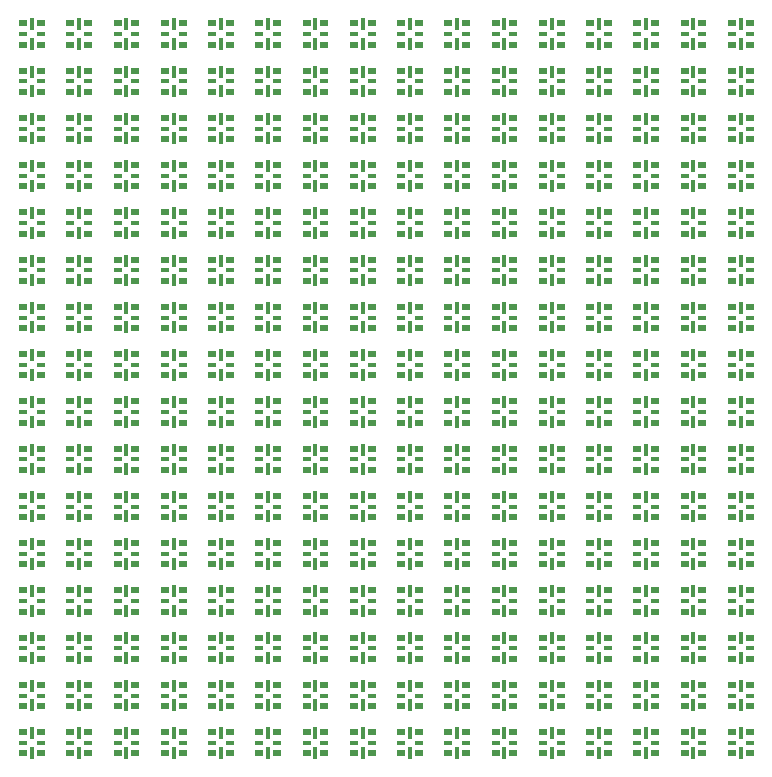
<source format=gbr>
G04 #@! TF.FileFunction,Paste,Top*
%FSLAX46Y46*%
G04 Gerber Fmt 4.6, Leading zero omitted, Abs format (unit mm)*
G04 Created by KiCad (PCBNEW 4.0.4-stable) date 01/17/18 01:50:34*
%MOMM*%
%LPD*%
G01*
G04 APERTURE LIST*
%ADD10C,0.100000*%
%ADD11R,0.800000X0.500000*%
%ADD12R,0.800000X0.300000*%
%ADD13R,0.300000X1.000000*%
G04 APERTURE END LIST*
D10*
D11*
X113250000Y-105400000D03*
X111750000Y-105400000D03*
D12*
X113250000Y-104500000D03*
X111750000Y-104500000D03*
D13*
X112500000Y-105330000D03*
D11*
X113250000Y-103600000D03*
X111750000Y-103600000D03*
D13*
X112500000Y-103670000D03*
D11*
X117250000Y-105400000D03*
X115750000Y-105400000D03*
D12*
X117250000Y-104500000D03*
X115750000Y-104500000D03*
D13*
X116500000Y-105330000D03*
D11*
X117250000Y-103600000D03*
X115750000Y-103600000D03*
D13*
X116500000Y-103670000D03*
D11*
X121250000Y-105400000D03*
X119750000Y-105400000D03*
D12*
X121250000Y-104500000D03*
X119750000Y-104500000D03*
D13*
X120500000Y-105330000D03*
D11*
X121250000Y-103600000D03*
X119750000Y-103600000D03*
D13*
X120500000Y-103670000D03*
D11*
X125250000Y-105400000D03*
X123750000Y-105400000D03*
D12*
X125250000Y-104500000D03*
X123750000Y-104500000D03*
D13*
X124500000Y-105330000D03*
D11*
X125250000Y-103600000D03*
X123750000Y-103600000D03*
D13*
X124500000Y-103670000D03*
D11*
X105250000Y-105400000D03*
X103750000Y-105400000D03*
D12*
X105250000Y-104500000D03*
X103750000Y-104500000D03*
D13*
X104500000Y-105330000D03*
D11*
X105250000Y-103600000D03*
X103750000Y-103600000D03*
D13*
X104500000Y-103670000D03*
D11*
X109250000Y-105400000D03*
X107750000Y-105400000D03*
D12*
X109250000Y-104500000D03*
X107750000Y-104500000D03*
D13*
X108500000Y-105330000D03*
D11*
X109250000Y-103600000D03*
X107750000Y-103600000D03*
D13*
X108500000Y-103670000D03*
D11*
X129250000Y-105400000D03*
X127750000Y-105400000D03*
D12*
X129250000Y-104500000D03*
X127750000Y-104500000D03*
D13*
X128500000Y-105330000D03*
D11*
X129250000Y-103600000D03*
X127750000Y-103600000D03*
D13*
X128500000Y-103670000D03*
D11*
X133250000Y-105400000D03*
X131750000Y-105400000D03*
D12*
X133250000Y-104500000D03*
X131750000Y-104500000D03*
D13*
X132500000Y-105330000D03*
D11*
X133250000Y-103600000D03*
X131750000Y-103600000D03*
D13*
X132500000Y-103670000D03*
D11*
X137250000Y-105400000D03*
X135750000Y-105400000D03*
D12*
X137250000Y-104500000D03*
X135750000Y-104500000D03*
D13*
X136500000Y-105330000D03*
D11*
X137250000Y-103600000D03*
X135750000Y-103600000D03*
D13*
X136500000Y-103670000D03*
D11*
X141250000Y-105400000D03*
X139750000Y-105400000D03*
D12*
X141250000Y-104500000D03*
X139750000Y-104500000D03*
D13*
X140500000Y-105330000D03*
D11*
X141250000Y-103600000D03*
X139750000Y-103600000D03*
D13*
X140500000Y-103670000D03*
D11*
X145250000Y-105400000D03*
X143750000Y-105400000D03*
D12*
X145250000Y-104500000D03*
X143750000Y-104500000D03*
D13*
X144500000Y-105330000D03*
D11*
X145250000Y-103600000D03*
X143750000Y-103600000D03*
D13*
X144500000Y-103670000D03*
D11*
X149250000Y-105400000D03*
X147750000Y-105400000D03*
D12*
X149250000Y-104500000D03*
X147750000Y-104500000D03*
D13*
X148500000Y-105330000D03*
D11*
X149250000Y-103600000D03*
X147750000Y-103600000D03*
D13*
X148500000Y-103670000D03*
D11*
X153250000Y-105400000D03*
X151750000Y-105400000D03*
D12*
X153250000Y-104500000D03*
X151750000Y-104500000D03*
D13*
X152500000Y-105330000D03*
D11*
X153250000Y-103600000D03*
X151750000Y-103600000D03*
D13*
X152500000Y-103670000D03*
D11*
X157250000Y-105400000D03*
X155750000Y-105400000D03*
D12*
X157250000Y-104500000D03*
X155750000Y-104500000D03*
D13*
X156500000Y-105330000D03*
D11*
X157250000Y-103600000D03*
X155750000Y-103600000D03*
D13*
X156500000Y-103670000D03*
D11*
X161250000Y-105400000D03*
X159750000Y-105400000D03*
D12*
X161250000Y-104500000D03*
X159750000Y-104500000D03*
D13*
X160500000Y-105330000D03*
D11*
X161250000Y-103600000D03*
X159750000Y-103600000D03*
D13*
X160500000Y-103670000D03*
D11*
X165250000Y-105400000D03*
X163750000Y-105400000D03*
D12*
X165250000Y-104500000D03*
X163750000Y-104500000D03*
D13*
X164500000Y-105330000D03*
D11*
X165250000Y-103600000D03*
X163750000Y-103600000D03*
D13*
X164500000Y-103670000D03*
D11*
X105250000Y-109400000D03*
X103750000Y-109400000D03*
D12*
X105250000Y-108500000D03*
X103750000Y-108500000D03*
D13*
X104500000Y-109330000D03*
D11*
X105250000Y-107600000D03*
X103750000Y-107600000D03*
D13*
X104500000Y-107670000D03*
D11*
X109250000Y-109400000D03*
X107750000Y-109400000D03*
D12*
X109250000Y-108500000D03*
X107750000Y-108500000D03*
D13*
X108500000Y-109330000D03*
D11*
X109250000Y-107600000D03*
X107750000Y-107600000D03*
D13*
X108500000Y-107670000D03*
D11*
X113250000Y-109400000D03*
X111750000Y-109400000D03*
D12*
X113250000Y-108500000D03*
X111750000Y-108500000D03*
D13*
X112500000Y-109330000D03*
D11*
X113250000Y-107600000D03*
X111750000Y-107600000D03*
D13*
X112500000Y-107670000D03*
D11*
X117250000Y-109400000D03*
X115750000Y-109400000D03*
D12*
X117250000Y-108500000D03*
X115750000Y-108500000D03*
D13*
X116500000Y-109330000D03*
D11*
X117250000Y-107600000D03*
X115750000Y-107600000D03*
D13*
X116500000Y-107670000D03*
D11*
X121250000Y-109400000D03*
X119750000Y-109400000D03*
D12*
X121250000Y-108500000D03*
X119750000Y-108500000D03*
D13*
X120500000Y-109330000D03*
D11*
X121250000Y-107600000D03*
X119750000Y-107600000D03*
D13*
X120500000Y-107670000D03*
D11*
X125250000Y-109400000D03*
X123750000Y-109400000D03*
D12*
X125250000Y-108500000D03*
X123750000Y-108500000D03*
D13*
X124500000Y-109330000D03*
D11*
X125250000Y-107600000D03*
X123750000Y-107600000D03*
D13*
X124500000Y-107670000D03*
D11*
X129250000Y-109400000D03*
X127750000Y-109400000D03*
D12*
X129250000Y-108500000D03*
X127750000Y-108500000D03*
D13*
X128500000Y-109330000D03*
D11*
X129250000Y-107600000D03*
X127750000Y-107600000D03*
D13*
X128500000Y-107670000D03*
D11*
X133250000Y-109400000D03*
X131750000Y-109400000D03*
D12*
X133250000Y-108500000D03*
X131750000Y-108500000D03*
D13*
X132500000Y-109330000D03*
D11*
X133250000Y-107600000D03*
X131750000Y-107600000D03*
D13*
X132500000Y-107670000D03*
D11*
X137250000Y-109400000D03*
X135750000Y-109400000D03*
D12*
X137250000Y-108500000D03*
X135750000Y-108500000D03*
D13*
X136500000Y-109330000D03*
D11*
X137250000Y-107600000D03*
X135750000Y-107600000D03*
D13*
X136500000Y-107670000D03*
D11*
X141250000Y-109400000D03*
X139750000Y-109400000D03*
D12*
X141250000Y-108500000D03*
X139750000Y-108500000D03*
D13*
X140500000Y-109330000D03*
D11*
X141250000Y-107600000D03*
X139750000Y-107600000D03*
D13*
X140500000Y-107670000D03*
D11*
X145250000Y-109400000D03*
X143750000Y-109400000D03*
D12*
X145250000Y-108500000D03*
X143750000Y-108500000D03*
D13*
X144500000Y-109330000D03*
D11*
X145250000Y-107600000D03*
X143750000Y-107600000D03*
D13*
X144500000Y-107670000D03*
D11*
X149250000Y-109400000D03*
X147750000Y-109400000D03*
D12*
X149250000Y-108500000D03*
X147750000Y-108500000D03*
D13*
X148500000Y-109330000D03*
D11*
X149250000Y-107600000D03*
X147750000Y-107600000D03*
D13*
X148500000Y-107670000D03*
D11*
X153250000Y-109400000D03*
X151750000Y-109400000D03*
D12*
X153250000Y-108500000D03*
X151750000Y-108500000D03*
D13*
X152500000Y-109330000D03*
D11*
X153250000Y-107600000D03*
X151750000Y-107600000D03*
D13*
X152500000Y-107670000D03*
D11*
X157250000Y-109400000D03*
X155750000Y-109400000D03*
D12*
X157250000Y-108500000D03*
X155750000Y-108500000D03*
D13*
X156500000Y-109330000D03*
D11*
X157250000Y-107600000D03*
X155750000Y-107600000D03*
D13*
X156500000Y-107670000D03*
D11*
X161250000Y-109400000D03*
X159750000Y-109400000D03*
D12*
X161250000Y-108500000D03*
X159750000Y-108500000D03*
D13*
X160500000Y-109330000D03*
D11*
X161250000Y-107600000D03*
X159750000Y-107600000D03*
D13*
X160500000Y-107670000D03*
D11*
X165250000Y-109400000D03*
X163750000Y-109400000D03*
D12*
X165250000Y-108500000D03*
X163750000Y-108500000D03*
D13*
X164500000Y-109330000D03*
D11*
X165250000Y-107600000D03*
X163750000Y-107600000D03*
D13*
X164500000Y-107670000D03*
D11*
X105250000Y-113400000D03*
X103750000Y-113400000D03*
D12*
X105250000Y-112500000D03*
X103750000Y-112500000D03*
D13*
X104500000Y-113330000D03*
D11*
X105250000Y-111600000D03*
X103750000Y-111600000D03*
D13*
X104500000Y-111670000D03*
D11*
X109250000Y-113400000D03*
X107750000Y-113400000D03*
D12*
X109250000Y-112500000D03*
X107750000Y-112500000D03*
D13*
X108500000Y-113330000D03*
D11*
X109250000Y-111600000D03*
X107750000Y-111600000D03*
D13*
X108500000Y-111670000D03*
D11*
X113250000Y-113400000D03*
X111750000Y-113400000D03*
D12*
X113250000Y-112500000D03*
X111750000Y-112500000D03*
D13*
X112500000Y-113330000D03*
D11*
X113250000Y-111600000D03*
X111750000Y-111600000D03*
D13*
X112500000Y-111670000D03*
D11*
X117250000Y-113400000D03*
X115750000Y-113400000D03*
D12*
X117250000Y-112500000D03*
X115750000Y-112500000D03*
D13*
X116500000Y-113330000D03*
D11*
X117250000Y-111600000D03*
X115750000Y-111600000D03*
D13*
X116500000Y-111670000D03*
D11*
X121250000Y-113400000D03*
X119750000Y-113400000D03*
D12*
X121250000Y-112500000D03*
X119750000Y-112500000D03*
D13*
X120500000Y-113330000D03*
D11*
X121250000Y-111600000D03*
X119750000Y-111600000D03*
D13*
X120500000Y-111670000D03*
D11*
X125250000Y-113400000D03*
X123750000Y-113400000D03*
D12*
X125250000Y-112500000D03*
X123750000Y-112500000D03*
D13*
X124500000Y-113330000D03*
D11*
X125250000Y-111600000D03*
X123750000Y-111600000D03*
D13*
X124500000Y-111670000D03*
D11*
X129250000Y-113400000D03*
X127750000Y-113400000D03*
D12*
X129250000Y-112500000D03*
X127750000Y-112500000D03*
D13*
X128500000Y-113330000D03*
D11*
X129250000Y-111600000D03*
X127750000Y-111600000D03*
D13*
X128500000Y-111670000D03*
D11*
X133250000Y-113400000D03*
X131750000Y-113400000D03*
D12*
X133250000Y-112500000D03*
X131750000Y-112500000D03*
D13*
X132500000Y-113330000D03*
D11*
X133250000Y-111600000D03*
X131750000Y-111600000D03*
D13*
X132500000Y-111670000D03*
D11*
X137250000Y-113400000D03*
X135750000Y-113400000D03*
D12*
X137250000Y-112500000D03*
X135750000Y-112500000D03*
D13*
X136500000Y-113330000D03*
D11*
X137250000Y-111600000D03*
X135750000Y-111600000D03*
D13*
X136500000Y-111670000D03*
D11*
X141250000Y-113400000D03*
X139750000Y-113400000D03*
D12*
X141250000Y-112500000D03*
X139750000Y-112500000D03*
D13*
X140500000Y-113330000D03*
D11*
X141250000Y-111600000D03*
X139750000Y-111600000D03*
D13*
X140500000Y-111670000D03*
D11*
X145250000Y-113400000D03*
X143750000Y-113400000D03*
D12*
X145250000Y-112500000D03*
X143750000Y-112500000D03*
D13*
X144500000Y-113330000D03*
D11*
X145250000Y-111600000D03*
X143750000Y-111600000D03*
D13*
X144500000Y-111670000D03*
D11*
X149250000Y-113400000D03*
X147750000Y-113400000D03*
D12*
X149250000Y-112500000D03*
X147750000Y-112500000D03*
D13*
X148500000Y-113330000D03*
D11*
X149250000Y-111600000D03*
X147750000Y-111600000D03*
D13*
X148500000Y-111670000D03*
D11*
X153250000Y-113400000D03*
X151750000Y-113400000D03*
D12*
X153250000Y-112500000D03*
X151750000Y-112500000D03*
D13*
X152500000Y-113330000D03*
D11*
X153250000Y-111600000D03*
X151750000Y-111600000D03*
D13*
X152500000Y-111670000D03*
D11*
X157250000Y-113400000D03*
X155750000Y-113400000D03*
D12*
X157250000Y-112500000D03*
X155750000Y-112500000D03*
D13*
X156500000Y-113330000D03*
D11*
X157250000Y-111600000D03*
X155750000Y-111600000D03*
D13*
X156500000Y-111670000D03*
D11*
X161250000Y-113400000D03*
X159750000Y-113400000D03*
D12*
X161250000Y-112500000D03*
X159750000Y-112500000D03*
D13*
X160500000Y-113330000D03*
D11*
X161250000Y-111600000D03*
X159750000Y-111600000D03*
D13*
X160500000Y-111670000D03*
D11*
X165250000Y-113400000D03*
X163750000Y-113400000D03*
D12*
X165250000Y-112500000D03*
X163750000Y-112500000D03*
D13*
X164500000Y-113330000D03*
D11*
X165250000Y-111600000D03*
X163750000Y-111600000D03*
D13*
X164500000Y-111670000D03*
D11*
X105250000Y-117400000D03*
X103750000Y-117400000D03*
D12*
X105250000Y-116500000D03*
X103750000Y-116500000D03*
D13*
X104500000Y-117330000D03*
D11*
X105250000Y-115600000D03*
X103750000Y-115600000D03*
D13*
X104500000Y-115670000D03*
D11*
X109250000Y-117400000D03*
X107750000Y-117400000D03*
D12*
X109250000Y-116500000D03*
X107750000Y-116500000D03*
D13*
X108500000Y-117330000D03*
D11*
X109250000Y-115600000D03*
X107750000Y-115600000D03*
D13*
X108500000Y-115670000D03*
D11*
X113250000Y-117400000D03*
X111750000Y-117400000D03*
D12*
X113250000Y-116500000D03*
X111750000Y-116500000D03*
D13*
X112500000Y-117330000D03*
D11*
X113250000Y-115600000D03*
X111750000Y-115600000D03*
D13*
X112500000Y-115670000D03*
D11*
X117250000Y-117400000D03*
X115750000Y-117400000D03*
D12*
X117250000Y-116500000D03*
X115750000Y-116500000D03*
D13*
X116500000Y-117330000D03*
D11*
X117250000Y-115600000D03*
X115750000Y-115600000D03*
D13*
X116500000Y-115670000D03*
D11*
X121250000Y-117400000D03*
X119750000Y-117400000D03*
D12*
X121250000Y-116500000D03*
X119750000Y-116500000D03*
D13*
X120500000Y-117330000D03*
D11*
X121250000Y-115600000D03*
X119750000Y-115600000D03*
D13*
X120500000Y-115670000D03*
D11*
X125250000Y-117400000D03*
X123750000Y-117400000D03*
D12*
X125250000Y-116500000D03*
X123750000Y-116500000D03*
D13*
X124500000Y-117330000D03*
D11*
X125250000Y-115600000D03*
X123750000Y-115600000D03*
D13*
X124500000Y-115670000D03*
D11*
X129250000Y-117400000D03*
X127750000Y-117400000D03*
D12*
X129250000Y-116500000D03*
X127750000Y-116500000D03*
D13*
X128500000Y-117330000D03*
D11*
X129250000Y-115600000D03*
X127750000Y-115600000D03*
D13*
X128500000Y-115670000D03*
D11*
X133250000Y-117400000D03*
X131750000Y-117400000D03*
D12*
X133250000Y-116500000D03*
X131750000Y-116500000D03*
D13*
X132500000Y-117330000D03*
D11*
X133250000Y-115600000D03*
X131750000Y-115600000D03*
D13*
X132500000Y-115670000D03*
D11*
X137250000Y-117400000D03*
X135750000Y-117400000D03*
D12*
X137250000Y-116500000D03*
X135750000Y-116500000D03*
D13*
X136500000Y-117330000D03*
D11*
X137250000Y-115600000D03*
X135750000Y-115600000D03*
D13*
X136500000Y-115670000D03*
D11*
X141250000Y-117400000D03*
X139750000Y-117400000D03*
D12*
X141250000Y-116500000D03*
X139750000Y-116500000D03*
D13*
X140500000Y-117330000D03*
D11*
X141250000Y-115600000D03*
X139750000Y-115600000D03*
D13*
X140500000Y-115670000D03*
D11*
X145250000Y-117400000D03*
X143750000Y-117400000D03*
D12*
X145250000Y-116500000D03*
X143750000Y-116500000D03*
D13*
X144500000Y-117330000D03*
D11*
X145250000Y-115600000D03*
X143750000Y-115600000D03*
D13*
X144500000Y-115670000D03*
D11*
X149250000Y-117400000D03*
X147750000Y-117400000D03*
D12*
X149250000Y-116500000D03*
X147750000Y-116500000D03*
D13*
X148500000Y-117330000D03*
D11*
X149250000Y-115600000D03*
X147750000Y-115600000D03*
D13*
X148500000Y-115670000D03*
D11*
X153250000Y-117400000D03*
X151750000Y-117400000D03*
D12*
X153250000Y-116500000D03*
X151750000Y-116500000D03*
D13*
X152500000Y-117330000D03*
D11*
X153250000Y-115600000D03*
X151750000Y-115600000D03*
D13*
X152500000Y-115670000D03*
D11*
X157250000Y-117400000D03*
X155750000Y-117400000D03*
D12*
X157250000Y-116500000D03*
X155750000Y-116500000D03*
D13*
X156500000Y-117330000D03*
D11*
X157250000Y-115600000D03*
X155750000Y-115600000D03*
D13*
X156500000Y-115670000D03*
D11*
X161250000Y-117400000D03*
X159750000Y-117400000D03*
D12*
X161250000Y-116500000D03*
X159750000Y-116500000D03*
D13*
X160500000Y-117330000D03*
D11*
X161250000Y-115600000D03*
X159750000Y-115600000D03*
D13*
X160500000Y-115670000D03*
D11*
X165250000Y-117400000D03*
X163750000Y-117400000D03*
D12*
X165250000Y-116500000D03*
X163750000Y-116500000D03*
D13*
X164500000Y-117330000D03*
D11*
X165250000Y-115600000D03*
X163750000Y-115600000D03*
D13*
X164500000Y-115670000D03*
D11*
X105250000Y-121400000D03*
X103750000Y-121400000D03*
D12*
X105250000Y-120500000D03*
X103750000Y-120500000D03*
D13*
X104500000Y-121330000D03*
D11*
X105250000Y-119600000D03*
X103750000Y-119600000D03*
D13*
X104500000Y-119670000D03*
D11*
X109250000Y-121400000D03*
X107750000Y-121400000D03*
D12*
X109250000Y-120500000D03*
X107750000Y-120500000D03*
D13*
X108500000Y-121330000D03*
D11*
X109250000Y-119600000D03*
X107750000Y-119600000D03*
D13*
X108500000Y-119670000D03*
D11*
X113250000Y-121400000D03*
X111750000Y-121400000D03*
D12*
X113250000Y-120500000D03*
X111750000Y-120500000D03*
D13*
X112500000Y-121330000D03*
D11*
X113250000Y-119600000D03*
X111750000Y-119600000D03*
D13*
X112500000Y-119670000D03*
D11*
X117250000Y-121400000D03*
X115750000Y-121400000D03*
D12*
X117250000Y-120500000D03*
X115750000Y-120500000D03*
D13*
X116500000Y-121330000D03*
D11*
X117250000Y-119600000D03*
X115750000Y-119600000D03*
D13*
X116500000Y-119670000D03*
D11*
X121250000Y-121400000D03*
X119750000Y-121400000D03*
D12*
X121250000Y-120500000D03*
X119750000Y-120500000D03*
D13*
X120500000Y-121330000D03*
D11*
X121250000Y-119600000D03*
X119750000Y-119600000D03*
D13*
X120500000Y-119670000D03*
D11*
X125250000Y-121400000D03*
X123750000Y-121400000D03*
D12*
X125250000Y-120500000D03*
X123750000Y-120500000D03*
D13*
X124500000Y-121330000D03*
D11*
X125250000Y-119600000D03*
X123750000Y-119600000D03*
D13*
X124500000Y-119670000D03*
D11*
X129250000Y-121400000D03*
X127750000Y-121400000D03*
D12*
X129250000Y-120500000D03*
X127750000Y-120500000D03*
D13*
X128500000Y-121330000D03*
D11*
X129250000Y-119600000D03*
X127750000Y-119600000D03*
D13*
X128500000Y-119670000D03*
D11*
X133250000Y-121400000D03*
X131750000Y-121400000D03*
D12*
X133250000Y-120500000D03*
X131750000Y-120500000D03*
D13*
X132500000Y-121330000D03*
D11*
X133250000Y-119600000D03*
X131750000Y-119600000D03*
D13*
X132500000Y-119670000D03*
D11*
X137250000Y-121400000D03*
X135750000Y-121400000D03*
D12*
X137250000Y-120500000D03*
X135750000Y-120500000D03*
D13*
X136500000Y-121330000D03*
D11*
X137250000Y-119600000D03*
X135750000Y-119600000D03*
D13*
X136500000Y-119670000D03*
D11*
X141250000Y-121400000D03*
X139750000Y-121400000D03*
D12*
X141250000Y-120500000D03*
X139750000Y-120500000D03*
D13*
X140500000Y-121330000D03*
D11*
X141250000Y-119600000D03*
X139750000Y-119600000D03*
D13*
X140500000Y-119670000D03*
D11*
X145250000Y-121400000D03*
X143750000Y-121400000D03*
D12*
X145250000Y-120500000D03*
X143750000Y-120500000D03*
D13*
X144500000Y-121330000D03*
D11*
X145250000Y-119600000D03*
X143750000Y-119600000D03*
D13*
X144500000Y-119670000D03*
D11*
X149250000Y-121400000D03*
X147750000Y-121400000D03*
D12*
X149250000Y-120500000D03*
X147750000Y-120500000D03*
D13*
X148500000Y-121330000D03*
D11*
X149250000Y-119600000D03*
X147750000Y-119600000D03*
D13*
X148500000Y-119670000D03*
D11*
X153250000Y-121400000D03*
X151750000Y-121400000D03*
D12*
X153250000Y-120500000D03*
X151750000Y-120500000D03*
D13*
X152500000Y-121330000D03*
D11*
X153250000Y-119600000D03*
X151750000Y-119600000D03*
D13*
X152500000Y-119670000D03*
D11*
X157250000Y-121400000D03*
X155750000Y-121400000D03*
D12*
X157250000Y-120500000D03*
X155750000Y-120500000D03*
D13*
X156500000Y-121330000D03*
D11*
X157250000Y-119600000D03*
X155750000Y-119600000D03*
D13*
X156500000Y-119670000D03*
D11*
X161250000Y-121400000D03*
X159750000Y-121400000D03*
D12*
X161250000Y-120500000D03*
X159750000Y-120500000D03*
D13*
X160500000Y-121330000D03*
D11*
X161250000Y-119600000D03*
X159750000Y-119600000D03*
D13*
X160500000Y-119670000D03*
D11*
X165250000Y-121400000D03*
X163750000Y-121400000D03*
D12*
X165250000Y-120500000D03*
X163750000Y-120500000D03*
D13*
X164500000Y-121330000D03*
D11*
X165250000Y-119600000D03*
X163750000Y-119600000D03*
D13*
X164500000Y-119670000D03*
D11*
X105250000Y-125400000D03*
X103750000Y-125400000D03*
D12*
X105250000Y-124500000D03*
X103750000Y-124500000D03*
D13*
X104500000Y-125330000D03*
D11*
X105250000Y-123600000D03*
X103750000Y-123600000D03*
D13*
X104500000Y-123670000D03*
D11*
X109250000Y-125400000D03*
X107750000Y-125400000D03*
D12*
X109250000Y-124500000D03*
X107750000Y-124500000D03*
D13*
X108500000Y-125330000D03*
D11*
X109250000Y-123600000D03*
X107750000Y-123600000D03*
D13*
X108500000Y-123670000D03*
D11*
X113250000Y-125400000D03*
X111750000Y-125400000D03*
D12*
X113250000Y-124500000D03*
X111750000Y-124500000D03*
D13*
X112500000Y-125330000D03*
D11*
X113250000Y-123600000D03*
X111750000Y-123600000D03*
D13*
X112500000Y-123670000D03*
D11*
X117250000Y-125400000D03*
X115750000Y-125400000D03*
D12*
X117250000Y-124500000D03*
X115750000Y-124500000D03*
D13*
X116500000Y-125330000D03*
D11*
X117250000Y-123600000D03*
X115750000Y-123600000D03*
D13*
X116500000Y-123670000D03*
D11*
X121250000Y-125400000D03*
X119750000Y-125400000D03*
D12*
X121250000Y-124500000D03*
X119750000Y-124500000D03*
D13*
X120500000Y-125330000D03*
D11*
X121250000Y-123600000D03*
X119750000Y-123600000D03*
D13*
X120500000Y-123670000D03*
D11*
X125250000Y-125400000D03*
X123750000Y-125400000D03*
D12*
X125250000Y-124500000D03*
X123750000Y-124500000D03*
D13*
X124500000Y-125330000D03*
D11*
X125250000Y-123600000D03*
X123750000Y-123600000D03*
D13*
X124500000Y-123670000D03*
D11*
X129250000Y-125400000D03*
X127750000Y-125400000D03*
D12*
X129250000Y-124500000D03*
X127750000Y-124500000D03*
D13*
X128500000Y-125330000D03*
D11*
X129250000Y-123600000D03*
X127750000Y-123600000D03*
D13*
X128500000Y-123670000D03*
D11*
X133250000Y-125400000D03*
X131750000Y-125400000D03*
D12*
X133250000Y-124500000D03*
X131750000Y-124500000D03*
D13*
X132500000Y-125330000D03*
D11*
X133250000Y-123600000D03*
X131750000Y-123600000D03*
D13*
X132500000Y-123670000D03*
D11*
X137250000Y-125400000D03*
X135750000Y-125400000D03*
D12*
X137250000Y-124500000D03*
X135750000Y-124500000D03*
D13*
X136500000Y-125330000D03*
D11*
X137250000Y-123600000D03*
X135750000Y-123600000D03*
D13*
X136500000Y-123670000D03*
D11*
X141250000Y-125400000D03*
X139750000Y-125400000D03*
D12*
X141250000Y-124500000D03*
X139750000Y-124500000D03*
D13*
X140500000Y-125330000D03*
D11*
X141250000Y-123600000D03*
X139750000Y-123600000D03*
D13*
X140500000Y-123670000D03*
D11*
X145250000Y-125400000D03*
X143750000Y-125400000D03*
D12*
X145250000Y-124500000D03*
X143750000Y-124500000D03*
D13*
X144500000Y-125330000D03*
D11*
X145250000Y-123600000D03*
X143750000Y-123600000D03*
D13*
X144500000Y-123670000D03*
D11*
X149250000Y-125400000D03*
X147750000Y-125400000D03*
D12*
X149250000Y-124500000D03*
X147750000Y-124500000D03*
D13*
X148500000Y-125330000D03*
D11*
X149250000Y-123600000D03*
X147750000Y-123600000D03*
D13*
X148500000Y-123670000D03*
D11*
X153250000Y-125400000D03*
X151750000Y-125400000D03*
D12*
X153250000Y-124500000D03*
X151750000Y-124500000D03*
D13*
X152500000Y-125330000D03*
D11*
X153250000Y-123600000D03*
X151750000Y-123600000D03*
D13*
X152500000Y-123670000D03*
D11*
X157250000Y-125400000D03*
X155750000Y-125400000D03*
D12*
X157250000Y-124500000D03*
X155750000Y-124500000D03*
D13*
X156500000Y-125330000D03*
D11*
X157250000Y-123600000D03*
X155750000Y-123600000D03*
D13*
X156500000Y-123670000D03*
D11*
X161250000Y-125400000D03*
X159750000Y-125400000D03*
D12*
X161250000Y-124500000D03*
X159750000Y-124500000D03*
D13*
X160500000Y-125330000D03*
D11*
X161250000Y-123600000D03*
X159750000Y-123600000D03*
D13*
X160500000Y-123670000D03*
D11*
X165250000Y-125400000D03*
X163750000Y-125400000D03*
D12*
X165250000Y-124500000D03*
X163750000Y-124500000D03*
D13*
X164500000Y-125330000D03*
D11*
X165250000Y-123600000D03*
X163750000Y-123600000D03*
D13*
X164500000Y-123670000D03*
D11*
X105250000Y-129400000D03*
X103750000Y-129400000D03*
D12*
X105250000Y-128500000D03*
X103750000Y-128500000D03*
D13*
X104500000Y-129330000D03*
D11*
X105250000Y-127600000D03*
X103750000Y-127600000D03*
D13*
X104500000Y-127670000D03*
D11*
X109250000Y-129400000D03*
X107750000Y-129400000D03*
D12*
X109250000Y-128500000D03*
X107750000Y-128500000D03*
D13*
X108500000Y-129330000D03*
D11*
X109250000Y-127600000D03*
X107750000Y-127600000D03*
D13*
X108500000Y-127670000D03*
D11*
X113250000Y-129400000D03*
X111750000Y-129400000D03*
D12*
X113250000Y-128500000D03*
X111750000Y-128500000D03*
D13*
X112500000Y-129330000D03*
D11*
X113250000Y-127600000D03*
X111750000Y-127600000D03*
D13*
X112500000Y-127670000D03*
D11*
X117250000Y-129400000D03*
X115750000Y-129400000D03*
D12*
X117250000Y-128500000D03*
X115750000Y-128500000D03*
D13*
X116500000Y-129330000D03*
D11*
X117250000Y-127600000D03*
X115750000Y-127600000D03*
D13*
X116500000Y-127670000D03*
D11*
X121250000Y-129400000D03*
X119750000Y-129400000D03*
D12*
X121250000Y-128500000D03*
X119750000Y-128500000D03*
D13*
X120500000Y-129330000D03*
D11*
X121250000Y-127600000D03*
X119750000Y-127600000D03*
D13*
X120500000Y-127670000D03*
D11*
X125250000Y-129400000D03*
X123750000Y-129400000D03*
D12*
X125250000Y-128500000D03*
X123750000Y-128500000D03*
D13*
X124500000Y-129330000D03*
D11*
X125250000Y-127600000D03*
X123750000Y-127600000D03*
D13*
X124500000Y-127670000D03*
D11*
X129250000Y-129400000D03*
X127750000Y-129400000D03*
D12*
X129250000Y-128500000D03*
X127750000Y-128500000D03*
D13*
X128500000Y-129330000D03*
D11*
X129250000Y-127600000D03*
X127750000Y-127600000D03*
D13*
X128500000Y-127670000D03*
D11*
X133250000Y-129400000D03*
X131750000Y-129400000D03*
D12*
X133250000Y-128500000D03*
X131750000Y-128500000D03*
D13*
X132500000Y-129330000D03*
D11*
X133250000Y-127600000D03*
X131750000Y-127600000D03*
D13*
X132500000Y-127670000D03*
D11*
X137250000Y-129400000D03*
X135750000Y-129400000D03*
D12*
X137250000Y-128500000D03*
X135750000Y-128500000D03*
D13*
X136500000Y-129330000D03*
D11*
X137250000Y-127600000D03*
X135750000Y-127600000D03*
D13*
X136500000Y-127670000D03*
D11*
X141250000Y-129400000D03*
X139750000Y-129400000D03*
D12*
X141250000Y-128500000D03*
X139750000Y-128500000D03*
D13*
X140500000Y-129330000D03*
D11*
X141250000Y-127600000D03*
X139750000Y-127600000D03*
D13*
X140500000Y-127670000D03*
D11*
X145250000Y-129400000D03*
X143750000Y-129400000D03*
D12*
X145250000Y-128500000D03*
X143750000Y-128500000D03*
D13*
X144500000Y-129330000D03*
D11*
X145250000Y-127600000D03*
X143750000Y-127600000D03*
D13*
X144500000Y-127670000D03*
D11*
X149250000Y-129400000D03*
X147750000Y-129400000D03*
D12*
X149250000Y-128500000D03*
X147750000Y-128500000D03*
D13*
X148500000Y-129330000D03*
D11*
X149250000Y-127600000D03*
X147750000Y-127600000D03*
D13*
X148500000Y-127670000D03*
D11*
X153250000Y-129400000D03*
X151750000Y-129400000D03*
D12*
X153250000Y-128500000D03*
X151750000Y-128500000D03*
D13*
X152500000Y-129330000D03*
D11*
X153250000Y-127600000D03*
X151750000Y-127600000D03*
D13*
X152500000Y-127670000D03*
D11*
X157250000Y-129400000D03*
X155750000Y-129400000D03*
D12*
X157250000Y-128500000D03*
X155750000Y-128500000D03*
D13*
X156500000Y-129330000D03*
D11*
X157250000Y-127600000D03*
X155750000Y-127600000D03*
D13*
X156500000Y-127670000D03*
D11*
X161250000Y-129400000D03*
X159750000Y-129400000D03*
D12*
X161250000Y-128500000D03*
X159750000Y-128500000D03*
D13*
X160500000Y-129330000D03*
D11*
X161250000Y-127600000D03*
X159750000Y-127600000D03*
D13*
X160500000Y-127670000D03*
D11*
X165250000Y-129400000D03*
X163750000Y-129400000D03*
D12*
X165250000Y-128500000D03*
X163750000Y-128500000D03*
D13*
X164500000Y-129330000D03*
D11*
X165250000Y-127600000D03*
X163750000Y-127600000D03*
D13*
X164500000Y-127670000D03*
D11*
X105250000Y-133400000D03*
X103750000Y-133400000D03*
D12*
X105250000Y-132500000D03*
X103750000Y-132500000D03*
D13*
X104500000Y-133330000D03*
D11*
X105250000Y-131600000D03*
X103750000Y-131600000D03*
D13*
X104500000Y-131670000D03*
D11*
X109250000Y-133400000D03*
X107750000Y-133400000D03*
D12*
X109250000Y-132500000D03*
X107750000Y-132500000D03*
D13*
X108500000Y-133330000D03*
D11*
X109250000Y-131600000D03*
X107750000Y-131600000D03*
D13*
X108500000Y-131670000D03*
D11*
X113250000Y-133400000D03*
X111750000Y-133400000D03*
D12*
X113250000Y-132500000D03*
X111750000Y-132500000D03*
D13*
X112500000Y-133330000D03*
D11*
X113250000Y-131600000D03*
X111750000Y-131600000D03*
D13*
X112500000Y-131670000D03*
D11*
X117250000Y-133400000D03*
X115750000Y-133400000D03*
D12*
X117250000Y-132500000D03*
X115750000Y-132500000D03*
D13*
X116500000Y-133330000D03*
D11*
X117250000Y-131600000D03*
X115750000Y-131600000D03*
D13*
X116500000Y-131670000D03*
D11*
X121250000Y-133400000D03*
X119750000Y-133400000D03*
D12*
X121250000Y-132500000D03*
X119750000Y-132500000D03*
D13*
X120500000Y-133330000D03*
D11*
X121250000Y-131600000D03*
X119750000Y-131600000D03*
D13*
X120500000Y-131670000D03*
D11*
X125250000Y-133400000D03*
X123750000Y-133400000D03*
D12*
X125250000Y-132500000D03*
X123750000Y-132500000D03*
D13*
X124500000Y-133330000D03*
D11*
X125250000Y-131600000D03*
X123750000Y-131600000D03*
D13*
X124500000Y-131670000D03*
D11*
X129250000Y-133400000D03*
X127750000Y-133400000D03*
D12*
X129250000Y-132500000D03*
X127750000Y-132500000D03*
D13*
X128500000Y-133330000D03*
D11*
X129250000Y-131600000D03*
X127750000Y-131600000D03*
D13*
X128500000Y-131670000D03*
D11*
X133250000Y-133400000D03*
X131750000Y-133400000D03*
D12*
X133250000Y-132500000D03*
X131750000Y-132500000D03*
D13*
X132500000Y-133330000D03*
D11*
X133250000Y-131600000D03*
X131750000Y-131600000D03*
D13*
X132500000Y-131670000D03*
D11*
X137250000Y-133400000D03*
X135750000Y-133400000D03*
D12*
X137250000Y-132500000D03*
X135750000Y-132500000D03*
D13*
X136500000Y-133330000D03*
D11*
X137250000Y-131600000D03*
X135750000Y-131600000D03*
D13*
X136500000Y-131670000D03*
D11*
X141250000Y-133400000D03*
X139750000Y-133400000D03*
D12*
X141250000Y-132500000D03*
X139750000Y-132500000D03*
D13*
X140500000Y-133330000D03*
D11*
X141250000Y-131600000D03*
X139750000Y-131600000D03*
D13*
X140500000Y-131670000D03*
D11*
X145250000Y-133400000D03*
X143750000Y-133400000D03*
D12*
X145250000Y-132500000D03*
X143750000Y-132500000D03*
D13*
X144500000Y-133330000D03*
D11*
X145250000Y-131600000D03*
X143750000Y-131600000D03*
D13*
X144500000Y-131670000D03*
D11*
X149250000Y-133400000D03*
X147750000Y-133400000D03*
D12*
X149250000Y-132500000D03*
X147750000Y-132500000D03*
D13*
X148500000Y-133330000D03*
D11*
X149250000Y-131600000D03*
X147750000Y-131600000D03*
D13*
X148500000Y-131670000D03*
D11*
X153250000Y-133400000D03*
X151750000Y-133400000D03*
D12*
X153250000Y-132500000D03*
X151750000Y-132500000D03*
D13*
X152500000Y-133330000D03*
D11*
X153250000Y-131600000D03*
X151750000Y-131600000D03*
D13*
X152500000Y-131670000D03*
D11*
X157250000Y-133400000D03*
X155750000Y-133400000D03*
D12*
X157250000Y-132500000D03*
X155750000Y-132500000D03*
D13*
X156500000Y-133330000D03*
D11*
X157250000Y-131600000D03*
X155750000Y-131600000D03*
D13*
X156500000Y-131670000D03*
D11*
X161250000Y-133400000D03*
X159750000Y-133400000D03*
D12*
X161250000Y-132500000D03*
X159750000Y-132500000D03*
D13*
X160500000Y-133330000D03*
D11*
X161250000Y-131600000D03*
X159750000Y-131600000D03*
D13*
X160500000Y-131670000D03*
D11*
X165250000Y-133400000D03*
X163750000Y-133400000D03*
D12*
X165250000Y-132500000D03*
X163750000Y-132500000D03*
D13*
X164500000Y-133330000D03*
D11*
X165250000Y-131600000D03*
X163750000Y-131600000D03*
D13*
X164500000Y-131670000D03*
D11*
X105250000Y-137400000D03*
X103750000Y-137400000D03*
D12*
X105250000Y-136500000D03*
X103750000Y-136500000D03*
D13*
X104500000Y-137330000D03*
D11*
X105250000Y-135600000D03*
X103750000Y-135600000D03*
D13*
X104500000Y-135670000D03*
D11*
X109250000Y-137400000D03*
X107750000Y-137400000D03*
D12*
X109250000Y-136500000D03*
X107750000Y-136500000D03*
D13*
X108500000Y-137330000D03*
D11*
X109250000Y-135600000D03*
X107750000Y-135600000D03*
D13*
X108500000Y-135670000D03*
D11*
X113250000Y-137400000D03*
X111750000Y-137400000D03*
D12*
X113250000Y-136500000D03*
X111750000Y-136500000D03*
D13*
X112500000Y-137330000D03*
D11*
X113250000Y-135600000D03*
X111750000Y-135600000D03*
D13*
X112500000Y-135670000D03*
D11*
X117250000Y-137400000D03*
X115750000Y-137400000D03*
D12*
X117250000Y-136500000D03*
X115750000Y-136500000D03*
D13*
X116500000Y-137330000D03*
D11*
X117250000Y-135600000D03*
X115750000Y-135600000D03*
D13*
X116500000Y-135670000D03*
D11*
X121250000Y-137400000D03*
X119750000Y-137400000D03*
D12*
X121250000Y-136500000D03*
X119750000Y-136500000D03*
D13*
X120500000Y-137330000D03*
D11*
X121250000Y-135600000D03*
X119750000Y-135600000D03*
D13*
X120500000Y-135670000D03*
D11*
X125250000Y-137400000D03*
X123750000Y-137400000D03*
D12*
X125250000Y-136500000D03*
X123750000Y-136500000D03*
D13*
X124500000Y-137330000D03*
D11*
X125250000Y-135600000D03*
X123750000Y-135600000D03*
D13*
X124500000Y-135670000D03*
D11*
X129250000Y-137400000D03*
X127750000Y-137400000D03*
D12*
X129250000Y-136500000D03*
X127750000Y-136500000D03*
D13*
X128500000Y-137330000D03*
D11*
X129250000Y-135600000D03*
X127750000Y-135600000D03*
D13*
X128500000Y-135670000D03*
D11*
X133250000Y-137400000D03*
X131750000Y-137400000D03*
D12*
X133250000Y-136500000D03*
X131750000Y-136500000D03*
D13*
X132500000Y-137330000D03*
D11*
X133250000Y-135600000D03*
X131750000Y-135600000D03*
D13*
X132500000Y-135670000D03*
D11*
X137250000Y-137400000D03*
X135750000Y-137400000D03*
D12*
X137250000Y-136500000D03*
X135750000Y-136500000D03*
D13*
X136500000Y-137330000D03*
D11*
X137250000Y-135600000D03*
X135750000Y-135600000D03*
D13*
X136500000Y-135670000D03*
D11*
X141250000Y-137400000D03*
X139750000Y-137400000D03*
D12*
X141250000Y-136500000D03*
X139750000Y-136500000D03*
D13*
X140500000Y-137330000D03*
D11*
X141250000Y-135600000D03*
X139750000Y-135600000D03*
D13*
X140500000Y-135670000D03*
D11*
X145250000Y-137400000D03*
X143750000Y-137400000D03*
D12*
X145250000Y-136500000D03*
X143750000Y-136500000D03*
D13*
X144500000Y-137330000D03*
D11*
X145250000Y-135600000D03*
X143750000Y-135600000D03*
D13*
X144500000Y-135670000D03*
D11*
X149250000Y-137400000D03*
X147750000Y-137400000D03*
D12*
X149250000Y-136500000D03*
X147750000Y-136500000D03*
D13*
X148500000Y-137330000D03*
D11*
X149250000Y-135600000D03*
X147750000Y-135600000D03*
D13*
X148500000Y-135670000D03*
D11*
X153250000Y-137400000D03*
X151750000Y-137400000D03*
D12*
X153250000Y-136500000D03*
X151750000Y-136500000D03*
D13*
X152500000Y-137330000D03*
D11*
X153250000Y-135600000D03*
X151750000Y-135600000D03*
D13*
X152500000Y-135670000D03*
D11*
X157250000Y-137400000D03*
X155750000Y-137400000D03*
D12*
X157250000Y-136500000D03*
X155750000Y-136500000D03*
D13*
X156500000Y-137330000D03*
D11*
X157250000Y-135600000D03*
X155750000Y-135600000D03*
D13*
X156500000Y-135670000D03*
D11*
X161250000Y-137400000D03*
X159750000Y-137400000D03*
D12*
X161250000Y-136500000D03*
X159750000Y-136500000D03*
D13*
X160500000Y-137330000D03*
D11*
X161250000Y-135600000D03*
X159750000Y-135600000D03*
D13*
X160500000Y-135670000D03*
D11*
X165250000Y-137400000D03*
X163750000Y-137400000D03*
D12*
X165250000Y-136500000D03*
X163750000Y-136500000D03*
D13*
X164500000Y-137330000D03*
D11*
X165250000Y-135600000D03*
X163750000Y-135600000D03*
D13*
X164500000Y-135670000D03*
D11*
X105250000Y-141400000D03*
X103750000Y-141400000D03*
D12*
X105250000Y-140500000D03*
X103750000Y-140500000D03*
D13*
X104500000Y-141330000D03*
D11*
X105250000Y-139600000D03*
X103750000Y-139600000D03*
D13*
X104500000Y-139670000D03*
D11*
X109250000Y-141400000D03*
X107750000Y-141400000D03*
D12*
X109250000Y-140500000D03*
X107750000Y-140500000D03*
D13*
X108500000Y-141330000D03*
D11*
X109250000Y-139600000D03*
X107750000Y-139600000D03*
D13*
X108500000Y-139670000D03*
D11*
X113250000Y-141400000D03*
X111750000Y-141400000D03*
D12*
X113250000Y-140500000D03*
X111750000Y-140500000D03*
D13*
X112500000Y-141330000D03*
D11*
X113250000Y-139600000D03*
X111750000Y-139600000D03*
D13*
X112500000Y-139670000D03*
D11*
X117250000Y-141400000D03*
X115750000Y-141400000D03*
D12*
X117250000Y-140500000D03*
X115750000Y-140500000D03*
D13*
X116500000Y-141330000D03*
D11*
X117250000Y-139600000D03*
X115750000Y-139600000D03*
D13*
X116500000Y-139670000D03*
D11*
X121250000Y-141400000D03*
X119750000Y-141400000D03*
D12*
X121250000Y-140500000D03*
X119750000Y-140500000D03*
D13*
X120500000Y-141330000D03*
D11*
X121250000Y-139600000D03*
X119750000Y-139600000D03*
D13*
X120500000Y-139670000D03*
D11*
X125250000Y-141400000D03*
X123750000Y-141400000D03*
D12*
X125250000Y-140500000D03*
X123750000Y-140500000D03*
D13*
X124500000Y-141330000D03*
D11*
X125250000Y-139600000D03*
X123750000Y-139600000D03*
D13*
X124500000Y-139670000D03*
D11*
X129250000Y-141400000D03*
X127750000Y-141400000D03*
D12*
X129250000Y-140500000D03*
X127750000Y-140500000D03*
D13*
X128500000Y-141330000D03*
D11*
X129250000Y-139600000D03*
X127750000Y-139600000D03*
D13*
X128500000Y-139670000D03*
D11*
X133250000Y-141400000D03*
X131750000Y-141400000D03*
D12*
X133250000Y-140500000D03*
X131750000Y-140500000D03*
D13*
X132500000Y-141330000D03*
D11*
X133250000Y-139600000D03*
X131750000Y-139600000D03*
D13*
X132500000Y-139670000D03*
D11*
X137250000Y-141400000D03*
X135750000Y-141400000D03*
D12*
X137250000Y-140500000D03*
X135750000Y-140500000D03*
D13*
X136500000Y-141330000D03*
D11*
X137250000Y-139600000D03*
X135750000Y-139600000D03*
D13*
X136500000Y-139670000D03*
D11*
X141250000Y-141400000D03*
X139750000Y-141400000D03*
D12*
X141250000Y-140500000D03*
X139750000Y-140500000D03*
D13*
X140500000Y-141330000D03*
D11*
X141250000Y-139600000D03*
X139750000Y-139600000D03*
D13*
X140500000Y-139670000D03*
D11*
X145250000Y-141400000D03*
X143750000Y-141400000D03*
D12*
X145250000Y-140500000D03*
X143750000Y-140500000D03*
D13*
X144500000Y-141330000D03*
D11*
X145250000Y-139600000D03*
X143750000Y-139600000D03*
D13*
X144500000Y-139670000D03*
D11*
X149250000Y-141400000D03*
X147750000Y-141400000D03*
D12*
X149250000Y-140500000D03*
X147750000Y-140500000D03*
D13*
X148500000Y-141330000D03*
D11*
X149250000Y-139600000D03*
X147750000Y-139600000D03*
D13*
X148500000Y-139670000D03*
D11*
X153250000Y-141400000D03*
X151750000Y-141400000D03*
D12*
X153250000Y-140500000D03*
X151750000Y-140500000D03*
D13*
X152500000Y-141330000D03*
D11*
X153250000Y-139600000D03*
X151750000Y-139600000D03*
D13*
X152500000Y-139670000D03*
D11*
X157250000Y-141400000D03*
X155750000Y-141400000D03*
D12*
X157250000Y-140500000D03*
X155750000Y-140500000D03*
D13*
X156500000Y-141330000D03*
D11*
X157250000Y-139600000D03*
X155750000Y-139600000D03*
D13*
X156500000Y-139670000D03*
D11*
X161250000Y-141400000D03*
X159750000Y-141400000D03*
D12*
X161250000Y-140500000D03*
X159750000Y-140500000D03*
D13*
X160500000Y-141330000D03*
D11*
X161250000Y-139600000D03*
X159750000Y-139600000D03*
D13*
X160500000Y-139670000D03*
D11*
X165250000Y-141400000D03*
X163750000Y-141400000D03*
D12*
X165250000Y-140500000D03*
X163750000Y-140500000D03*
D13*
X164500000Y-141330000D03*
D11*
X165250000Y-139600000D03*
X163750000Y-139600000D03*
D13*
X164500000Y-139670000D03*
D11*
X105250000Y-145400000D03*
X103750000Y-145400000D03*
D12*
X105250000Y-144500000D03*
X103750000Y-144500000D03*
D13*
X104500000Y-145330000D03*
D11*
X105250000Y-143600000D03*
X103750000Y-143600000D03*
D13*
X104500000Y-143670000D03*
D11*
X109250000Y-145400000D03*
X107750000Y-145400000D03*
D12*
X109250000Y-144500000D03*
X107750000Y-144500000D03*
D13*
X108500000Y-145330000D03*
D11*
X109250000Y-143600000D03*
X107750000Y-143600000D03*
D13*
X108500000Y-143670000D03*
D11*
X113250000Y-145400000D03*
X111750000Y-145400000D03*
D12*
X113250000Y-144500000D03*
X111750000Y-144500000D03*
D13*
X112500000Y-145330000D03*
D11*
X113250000Y-143600000D03*
X111750000Y-143600000D03*
D13*
X112500000Y-143670000D03*
D11*
X117250000Y-145400000D03*
X115750000Y-145400000D03*
D12*
X117250000Y-144500000D03*
X115750000Y-144500000D03*
D13*
X116500000Y-145330000D03*
D11*
X117250000Y-143600000D03*
X115750000Y-143600000D03*
D13*
X116500000Y-143670000D03*
D11*
X121250000Y-145400000D03*
X119750000Y-145400000D03*
D12*
X121250000Y-144500000D03*
X119750000Y-144500000D03*
D13*
X120500000Y-145330000D03*
D11*
X121250000Y-143600000D03*
X119750000Y-143600000D03*
D13*
X120500000Y-143670000D03*
D11*
X125250000Y-145400000D03*
X123750000Y-145400000D03*
D12*
X125250000Y-144500000D03*
X123750000Y-144500000D03*
D13*
X124500000Y-145330000D03*
D11*
X125250000Y-143600000D03*
X123750000Y-143600000D03*
D13*
X124500000Y-143670000D03*
D11*
X129250000Y-145400000D03*
X127750000Y-145400000D03*
D12*
X129250000Y-144500000D03*
X127750000Y-144500000D03*
D13*
X128500000Y-145330000D03*
D11*
X129250000Y-143600000D03*
X127750000Y-143600000D03*
D13*
X128500000Y-143670000D03*
D11*
X133250000Y-145400000D03*
X131750000Y-145400000D03*
D12*
X133250000Y-144500000D03*
X131750000Y-144500000D03*
D13*
X132500000Y-145330000D03*
D11*
X133250000Y-143600000D03*
X131750000Y-143600000D03*
D13*
X132500000Y-143670000D03*
D11*
X137250000Y-145400000D03*
X135750000Y-145400000D03*
D12*
X137250000Y-144500000D03*
X135750000Y-144500000D03*
D13*
X136500000Y-145330000D03*
D11*
X137250000Y-143600000D03*
X135750000Y-143600000D03*
D13*
X136500000Y-143670000D03*
D11*
X141250000Y-145400000D03*
X139750000Y-145400000D03*
D12*
X141250000Y-144500000D03*
X139750000Y-144500000D03*
D13*
X140500000Y-145330000D03*
D11*
X141250000Y-143600000D03*
X139750000Y-143600000D03*
D13*
X140500000Y-143670000D03*
D11*
X145250000Y-145400000D03*
X143750000Y-145400000D03*
D12*
X145250000Y-144500000D03*
X143750000Y-144500000D03*
D13*
X144500000Y-145330000D03*
D11*
X145250000Y-143600000D03*
X143750000Y-143600000D03*
D13*
X144500000Y-143670000D03*
D11*
X149250000Y-145400000D03*
X147750000Y-145400000D03*
D12*
X149250000Y-144500000D03*
X147750000Y-144500000D03*
D13*
X148500000Y-145330000D03*
D11*
X149250000Y-143600000D03*
X147750000Y-143600000D03*
D13*
X148500000Y-143670000D03*
D11*
X153250000Y-145400000D03*
X151750000Y-145400000D03*
D12*
X153250000Y-144500000D03*
X151750000Y-144500000D03*
D13*
X152500000Y-145330000D03*
D11*
X153250000Y-143600000D03*
X151750000Y-143600000D03*
D13*
X152500000Y-143670000D03*
D11*
X157250000Y-145400000D03*
X155750000Y-145400000D03*
D12*
X157250000Y-144500000D03*
X155750000Y-144500000D03*
D13*
X156500000Y-145330000D03*
D11*
X157250000Y-143600000D03*
X155750000Y-143600000D03*
D13*
X156500000Y-143670000D03*
D11*
X161250000Y-145400000D03*
X159750000Y-145400000D03*
D12*
X161250000Y-144500000D03*
X159750000Y-144500000D03*
D13*
X160500000Y-145330000D03*
D11*
X161250000Y-143600000D03*
X159750000Y-143600000D03*
D13*
X160500000Y-143670000D03*
D11*
X165250000Y-145400000D03*
X163750000Y-145400000D03*
D12*
X165250000Y-144500000D03*
X163750000Y-144500000D03*
D13*
X164500000Y-145330000D03*
D11*
X165250000Y-143600000D03*
X163750000Y-143600000D03*
D13*
X164500000Y-143670000D03*
D11*
X105250000Y-149400000D03*
X103750000Y-149400000D03*
D12*
X105250000Y-148500000D03*
X103750000Y-148500000D03*
D13*
X104500000Y-149330000D03*
D11*
X105250000Y-147600000D03*
X103750000Y-147600000D03*
D13*
X104500000Y-147670000D03*
D11*
X109250000Y-149400000D03*
X107750000Y-149400000D03*
D12*
X109250000Y-148500000D03*
X107750000Y-148500000D03*
D13*
X108500000Y-149330000D03*
D11*
X109250000Y-147600000D03*
X107750000Y-147600000D03*
D13*
X108500000Y-147670000D03*
D11*
X113250000Y-149400000D03*
X111750000Y-149400000D03*
D12*
X113250000Y-148500000D03*
X111750000Y-148500000D03*
D13*
X112500000Y-149330000D03*
D11*
X113250000Y-147600000D03*
X111750000Y-147600000D03*
D13*
X112500000Y-147670000D03*
D11*
X117250000Y-149400000D03*
X115750000Y-149400000D03*
D12*
X117250000Y-148500000D03*
X115750000Y-148500000D03*
D13*
X116500000Y-149330000D03*
D11*
X117250000Y-147600000D03*
X115750000Y-147600000D03*
D13*
X116500000Y-147670000D03*
D11*
X121250000Y-149400000D03*
X119750000Y-149400000D03*
D12*
X121250000Y-148500000D03*
X119750000Y-148500000D03*
D13*
X120500000Y-149330000D03*
D11*
X121250000Y-147600000D03*
X119750000Y-147600000D03*
D13*
X120500000Y-147670000D03*
D11*
X125250000Y-149400000D03*
X123750000Y-149400000D03*
D12*
X125250000Y-148500000D03*
X123750000Y-148500000D03*
D13*
X124500000Y-149330000D03*
D11*
X125250000Y-147600000D03*
X123750000Y-147600000D03*
D13*
X124500000Y-147670000D03*
D11*
X129250000Y-149400000D03*
X127750000Y-149400000D03*
D12*
X129250000Y-148500000D03*
X127750000Y-148500000D03*
D13*
X128500000Y-149330000D03*
D11*
X129250000Y-147600000D03*
X127750000Y-147600000D03*
D13*
X128500000Y-147670000D03*
D11*
X133250000Y-149400000D03*
X131750000Y-149400000D03*
D12*
X133250000Y-148500000D03*
X131750000Y-148500000D03*
D13*
X132500000Y-149330000D03*
D11*
X133250000Y-147600000D03*
X131750000Y-147600000D03*
D13*
X132500000Y-147670000D03*
D11*
X137250000Y-149400000D03*
X135750000Y-149400000D03*
D12*
X137250000Y-148500000D03*
X135750000Y-148500000D03*
D13*
X136500000Y-149330000D03*
D11*
X137250000Y-147600000D03*
X135750000Y-147600000D03*
D13*
X136500000Y-147670000D03*
D11*
X141250000Y-149400000D03*
X139750000Y-149400000D03*
D12*
X141250000Y-148500000D03*
X139750000Y-148500000D03*
D13*
X140500000Y-149330000D03*
D11*
X141250000Y-147600000D03*
X139750000Y-147600000D03*
D13*
X140500000Y-147670000D03*
D11*
X145250000Y-149400000D03*
X143750000Y-149400000D03*
D12*
X145250000Y-148500000D03*
X143750000Y-148500000D03*
D13*
X144500000Y-149330000D03*
D11*
X145250000Y-147600000D03*
X143750000Y-147600000D03*
D13*
X144500000Y-147670000D03*
D11*
X149250000Y-149400000D03*
X147750000Y-149400000D03*
D12*
X149250000Y-148500000D03*
X147750000Y-148500000D03*
D13*
X148500000Y-149330000D03*
D11*
X149250000Y-147600000D03*
X147750000Y-147600000D03*
D13*
X148500000Y-147670000D03*
D11*
X153250000Y-149400000D03*
X151750000Y-149400000D03*
D12*
X153250000Y-148500000D03*
X151750000Y-148500000D03*
D13*
X152500000Y-149330000D03*
D11*
X153250000Y-147600000D03*
X151750000Y-147600000D03*
D13*
X152500000Y-147670000D03*
D11*
X157250000Y-149400000D03*
X155750000Y-149400000D03*
D12*
X157250000Y-148500000D03*
X155750000Y-148500000D03*
D13*
X156500000Y-149330000D03*
D11*
X157250000Y-147600000D03*
X155750000Y-147600000D03*
D13*
X156500000Y-147670000D03*
D11*
X161250000Y-149400000D03*
X159750000Y-149400000D03*
D12*
X161250000Y-148500000D03*
X159750000Y-148500000D03*
D13*
X160500000Y-149330000D03*
D11*
X161250000Y-147600000D03*
X159750000Y-147600000D03*
D13*
X160500000Y-147670000D03*
D11*
X165250000Y-149400000D03*
X163750000Y-149400000D03*
D12*
X165250000Y-148500000D03*
X163750000Y-148500000D03*
D13*
X164500000Y-149330000D03*
D11*
X165250000Y-147600000D03*
X163750000Y-147600000D03*
D13*
X164500000Y-147670000D03*
D11*
X105250000Y-153400000D03*
X103750000Y-153400000D03*
D12*
X105250000Y-152500000D03*
X103750000Y-152500000D03*
D13*
X104500000Y-153330000D03*
D11*
X105250000Y-151600000D03*
X103750000Y-151600000D03*
D13*
X104500000Y-151670000D03*
D11*
X109250000Y-153400000D03*
X107750000Y-153400000D03*
D12*
X109250000Y-152500000D03*
X107750000Y-152500000D03*
D13*
X108500000Y-153330000D03*
D11*
X109250000Y-151600000D03*
X107750000Y-151600000D03*
D13*
X108500000Y-151670000D03*
D11*
X113250000Y-153400000D03*
X111750000Y-153400000D03*
D12*
X113250000Y-152500000D03*
X111750000Y-152500000D03*
D13*
X112500000Y-153330000D03*
D11*
X113250000Y-151600000D03*
X111750000Y-151600000D03*
D13*
X112500000Y-151670000D03*
D11*
X117250000Y-153400000D03*
X115750000Y-153400000D03*
D12*
X117250000Y-152500000D03*
X115750000Y-152500000D03*
D13*
X116500000Y-153330000D03*
D11*
X117250000Y-151600000D03*
X115750000Y-151600000D03*
D13*
X116500000Y-151670000D03*
D11*
X121250000Y-153400000D03*
X119750000Y-153400000D03*
D12*
X121250000Y-152500000D03*
X119750000Y-152500000D03*
D13*
X120500000Y-153330000D03*
D11*
X121250000Y-151600000D03*
X119750000Y-151600000D03*
D13*
X120500000Y-151670000D03*
D11*
X125250000Y-153400000D03*
X123750000Y-153400000D03*
D12*
X125250000Y-152500000D03*
X123750000Y-152500000D03*
D13*
X124500000Y-153330000D03*
D11*
X125250000Y-151600000D03*
X123750000Y-151600000D03*
D13*
X124500000Y-151670000D03*
D11*
X129250000Y-153400000D03*
X127750000Y-153400000D03*
D12*
X129250000Y-152500000D03*
X127750000Y-152500000D03*
D13*
X128500000Y-153330000D03*
D11*
X129250000Y-151600000D03*
X127750000Y-151600000D03*
D13*
X128500000Y-151670000D03*
D11*
X133250000Y-153400000D03*
X131750000Y-153400000D03*
D12*
X133250000Y-152500000D03*
X131750000Y-152500000D03*
D13*
X132500000Y-153330000D03*
D11*
X133250000Y-151600000D03*
X131750000Y-151600000D03*
D13*
X132500000Y-151670000D03*
D11*
X137250000Y-153400000D03*
X135750000Y-153400000D03*
D12*
X137250000Y-152500000D03*
X135750000Y-152500000D03*
D13*
X136500000Y-153330000D03*
D11*
X137250000Y-151600000D03*
X135750000Y-151600000D03*
D13*
X136500000Y-151670000D03*
D11*
X141250000Y-153400000D03*
X139750000Y-153400000D03*
D12*
X141250000Y-152500000D03*
X139750000Y-152500000D03*
D13*
X140500000Y-153330000D03*
D11*
X141250000Y-151600000D03*
X139750000Y-151600000D03*
D13*
X140500000Y-151670000D03*
D11*
X145250000Y-153400000D03*
X143750000Y-153400000D03*
D12*
X145250000Y-152500000D03*
X143750000Y-152500000D03*
D13*
X144500000Y-153330000D03*
D11*
X145250000Y-151600000D03*
X143750000Y-151600000D03*
D13*
X144500000Y-151670000D03*
D11*
X149250000Y-153400000D03*
X147750000Y-153400000D03*
D12*
X149250000Y-152500000D03*
X147750000Y-152500000D03*
D13*
X148500000Y-153330000D03*
D11*
X149250000Y-151600000D03*
X147750000Y-151600000D03*
D13*
X148500000Y-151670000D03*
D11*
X153250000Y-153400000D03*
X151750000Y-153400000D03*
D12*
X153250000Y-152500000D03*
X151750000Y-152500000D03*
D13*
X152500000Y-153330000D03*
D11*
X153250000Y-151600000D03*
X151750000Y-151600000D03*
D13*
X152500000Y-151670000D03*
D11*
X157250000Y-153400000D03*
X155750000Y-153400000D03*
D12*
X157250000Y-152500000D03*
X155750000Y-152500000D03*
D13*
X156500000Y-153330000D03*
D11*
X157250000Y-151600000D03*
X155750000Y-151600000D03*
D13*
X156500000Y-151670000D03*
D11*
X161250000Y-153400000D03*
X159750000Y-153400000D03*
D12*
X161250000Y-152500000D03*
X159750000Y-152500000D03*
D13*
X160500000Y-153330000D03*
D11*
X161250000Y-151600000D03*
X159750000Y-151600000D03*
D13*
X160500000Y-151670000D03*
D11*
X165250000Y-153400000D03*
X163750000Y-153400000D03*
D12*
X165250000Y-152500000D03*
X163750000Y-152500000D03*
D13*
X164500000Y-153330000D03*
D11*
X165250000Y-151600000D03*
X163750000Y-151600000D03*
D13*
X164500000Y-151670000D03*
D11*
X105250000Y-157400000D03*
X103750000Y-157400000D03*
D12*
X105250000Y-156500000D03*
X103750000Y-156500000D03*
D13*
X104500000Y-157330000D03*
D11*
X105250000Y-155600000D03*
X103750000Y-155600000D03*
D13*
X104500000Y-155670000D03*
D11*
X109250000Y-157400000D03*
X107750000Y-157400000D03*
D12*
X109250000Y-156500000D03*
X107750000Y-156500000D03*
D13*
X108500000Y-157330000D03*
D11*
X109250000Y-155600000D03*
X107750000Y-155600000D03*
D13*
X108500000Y-155670000D03*
D11*
X113250000Y-157400000D03*
X111750000Y-157400000D03*
D12*
X113250000Y-156500000D03*
X111750000Y-156500000D03*
D13*
X112500000Y-157330000D03*
D11*
X113250000Y-155600000D03*
X111750000Y-155600000D03*
D13*
X112500000Y-155670000D03*
D11*
X117250000Y-157400000D03*
X115750000Y-157400000D03*
D12*
X117250000Y-156500000D03*
X115750000Y-156500000D03*
D13*
X116500000Y-157330000D03*
D11*
X117250000Y-155600000D03*
X115750000Y-155600000D03*
D13*
X116500000Y-155670000D03*
D11*
X121250000Y-157400000D03*
X119750000Y-157400000D03*
D12*
X121250000Y-156500000D03*
X119750000Y-156500000D03*
D13*
X120500000Y-157330000D03*
D11*
X121250000Y-155600000D03*
X119750000Y-155600000D03*
D13*
X120500000Y-155670000D03*
D11*
X125250000Y-157400000D03*
X123750000Y-157400000D03*
D12*
X125250000Y-156500000D03*
X123750000Y-156500000D03*
D13*
X124500000Y-157330000D03*
D11*
X125250000Y-155600000D03*
X123750000Y-155600000D03*
D13*
X124500000Y-155670000D03*
D11*
X129250000Y-157400000D03*
X127750000Y-157400000D03*
D12*
X129250000Y-156500000D03*
X127750000Y-156500000D03*
D13*
X128500000Y-157330000D03*
D11*
X129250000Y-155600000D03*
X127750000Y-155600000D03*
D13*
X128500000Y-155670000D03*
D11*
X133250000Y-157400000D03*
X131750000Y-157400000D03*
D12*
X133250000Y-156500000D03*
X131750000Y-156500000D03*
D13*
X132500000Y-157330000D03*
D11*
X133250000Y-155600000D03*
X131750000Y-155600000D03*
D13*
X132500000Y-155670000D03*
D11*
X137250000Y-157400000D03*
X135750000Y-157400000D03*
D12*
X137250000Y-156500000D03*
X135750000Y-156500000D03*
D13*
X136500000Y-157330000D03*
D11*
X137250000Y-155600000D03*
X135750000Y-155600000D03*
D13*
X136500000Y-155670000D03*
D11*
X141250000Y-157400000D03*
X139750000Y-157400000D03*
D12*
X141250000Y-156500000D03*
X139750000Y-156500000D03*
D13*
X140500000Y-157330000D03*
D11*
X141250000Y-155600000D03*
X139750000Y-155600000D03*
D13*
X140500000Y-155670000D03*
D11*
X145250000Y-157400000D03*
X143750000Y-157400000D03*
D12*
X145250000Y-156500000D03*
X143750000Y-156500000D03*
D13*
X144500000Y-157330000D03*
D11*
X145250000Y-155600000D03*
X143750000Y-155600000D03*
D13*
X144500000Y-155670000D03*
D11*
X149250000Y-157400000D03*
X147750000Y-157400000D03*
D12*
X149250000Y-156500000D03*
X147750000Y-156500000D03*
D13*
X148500000Y-157330000D03*
D11*
X149250000Y-155600000D03*
X147750000Y-155600000D03*
D13*
X148500000Y-155670000D03*
D11*
X153250000Y-157400000D03*
X151750000Y-157400000D03*
D12*
X153250000Y-156500000D03*
X151750000Y-156500000D03*
D13*
X152500000Y-157330000D03*
D11*
X153250000Y-155600000D03*
X151750000Y-155600000D03*
D13*
X152500000Y-155670000D03*
D11*
X157250000Y-157400000D03*
X155750000Y-157400000D03*
D12*
X157250000Y-156500000D03*
X155750000Y-156500000D03*
D13*
X156500000Y-157330000D03*
D11*
X157250000Y-155600000D03*
X155750000Y-155600000D03*
D13*
X156500000Y-155670000D03*
D11*
X161250000Y-157400000D03*
X159750000Y-157400000D03*
D12*
X161250000Y-156500000D03*
X159750000Y-156500000D03*
D13*
X160500000Y-157330000D03*
D11*
X161250000Y-155600000D03*
X159750000Y-155600000D03*
D13*
X160500000Y-155670000D03*
D11*
X165250000Y-157400000D03*
X163750000Y-157400000D03*
D12*
X165250000Y-156500000D03*
X163750000Y-156500000D03*
D13*
X164500000Y-157330000D03*
D11*
X165250000Y-155600000D03*
X163750000Y-155600000D03*
D13*
X164500000Y-155670000D03*
D11*
X105250000Y-161400000D03*
X103750000Y-161400000D03*
D12*
X105250000Y-160500000D03*
X103750000Y-160500000D03*
D13*
X104500000Y-161330000D03*
D11*
X105250000Y-159600000D03*
X103750000Y-159600000D03*
D13*
X104500000Y-159670000D03*
D11*
X109250000Y-161400000D03*
X107750000Y-161400000D03*
D12*
X109250000Y-160500000D03*
X107750000Y-160500000D03*
D13*
X108500000Y-161330000D03*
D11*
X109250000Y-159600000D03*
X107750000Y-159600000D03*
D13*
X108500000Y-159670000D03*
D11*
X113250000Y-161400000D03*
X111750000Y-161400000D03*
D12*
X113250000Y-160500000D03*
X111750000Y-160500000D03*
D13*
X112500000Y-161330000D03*
D11*
X113250000Y-159600000D03*
X111750000Y-159600000D03*
D13*
X112500000Y-159670000D03*
D11*
X117250000Y-161400000D03*
X115750000Y-161400000D03*
D12*
X117250000Y-160500000D03*
X115750000Y-160500000D03*
D13*
X116500000Y-161330000D03*
D11*
X117250000Y-159600000D03*
X115750000Y-159600000D03*
D13*
X116500000Y-159670000D03*
D11*
X121250000Y-161400000D03*
X119750000Y-161400000D03*
D12*
X121250000Y-160500000D03*
X119750000Y-160500000D03*
D13*
X120500000Y-161330000D03*
D11*
X121250000Y-159600000D03*
X119750000Y-159600000D03*
D13*
X120500000Y-159670000D03*
D11*
X125250000Y-161400000D03*
X123750000Y-161400000D03*
D12*
X125250000Y-160500000D03*
X123750000Y-160500000D03*
D13*
X124500000Y-161330000D03*
D11*
X125250000Y-159600000D03*
X123750000Y-159600000D03*
D13*
X124500000Y-159670000D03*
D11*
X129250000Y-161400000D03*
X127750000Y-161400000D03*
D12*
X129250000Y-160500000D03*
X127750000Y-160500000D03*
D13*
X128500000Y-161330000D03*
D11*
X129250000Y-159600000D03*
X127750000Y-159600000D03*
D13*
X128500000Y-159670000D03*
D11*
X133250000Y-161400000D03*
X131750000Y-161400000D03*
D12*
X133250000Y-160500000D03*
X131750000Y-160500000D03*
D13*
X132500000Y-161330000D03*
D11*
X133250000Y-159600000D03*
X131750000Y-159600000D03*
D13*
X132500000Y-159670000D03*
D11*
X137250000Y-161400000D03*
X135750000Y-161400000D03*
D12*
X137250000Y-160500000D03*
X135750000Y-160500000D03*
D13*
X136500000Y-161330000D03*
D11*
X137250000Y-159600000D03*
X135750000Y-159600000D03*
D13*
X136500000Y-159670000D03*
D11*
X141250000Y-161400000D03*
X139750000Y-161400000D03*
D12*
X141250000Y-160500000D03*
X139750000Y-160500000D03*
D13*
X140500000Y-161330000D03*
D11*
X141250000Y-159600000D03*
X139750000Y-159600000D03*
D13*
X140500000Y-159670000D03*
D11*
X145250000Y-161400000D03*
X143750000Y-161400000D03*
D12*
X145250000Y-160500000D03*
X143750000Y-160500000D03*
D13*
X144500000Y-161330000D03*
D11*
X145250000Y-159600000D03*
X143750000Y-159600000D03*
D13*
X144500000Y-159670000D03*
D11*
X149250000Y-161400000D03*
X147750000Y-161400000D03*
D12*
X149250000Y-160500000D03*
X147750000Y-160500000D03*
D13*
X148500000Y-161330000D03*
D11*
X149250000Y-159600000D03*
X147750000Y-159600000D03*
D13*
X148500000Y-159670000D03*
D11*
X153250000Y-161400000D03*
X151750000Y-161400000D03*
D12*
X153250000Y-160500000D03*
X151750000Y-160500000D03*
D13*
X152500000Y-161330000D03*
D11*
X153250000Y-159600000D03*
X151750000Y-159600000D03*
D13*
X152500000Y-159670000D03*
D11*
X157250000Y-161400000D03*
X155750000Y-161400000D03*
D12*
X157250000Y-160500000D03*
X155750000Y-160500000D03*
D13*
X156500000Y-161330000D03*
D11*
X157250000Y-159600000D03*
X155750000Y-159600000D03*
D13*
X156500000Y-159670000D03*
D11*
X161250000Y-161400000D03*
X159750000Y-161400000D03*
D12*
X161250000Y-160500000D03*
X159750000Y-160500000D03*
D13*
X160500000Y-161330000D03*
D11*
X161250000Y-159600000D03*
X159750000Y-159600000D03*
D13*
X160500000Y-159670000D03*
D11*
X165250000Y-161400000D03*
X163750000Y-161400000D03*
D12*
X165250000Y-160500000D03*
X163750000Y-160500000D03*
D13*
X164500000Y-161330000D03*
D11*
X165250000Y-159600000D03*
X163750000Y-159600000D03*
D13*
X164500000Y-159670000D03*
D11*
X105250000Y-165400000D03*
X103750000Y-165400000D03*
D12*
X105250000Y-164500000D03*
X103750000Y-164500000D03*
D13*
X104500000Y-165330000D03*
D11*
X105250000Y-163600000D03*
X103750000Y-163600000D03*
D13*
X104500000Y-163670000D03*
D11*
X109250000Y-165400000D03*
X107750000Y-165400000D03*
D12*
X109250000Y-164500000D03*
X107750000Y-164500000D03*
D13*
X108500000Y-165330000D03*
D11*
X109250000Y-163600000D03*
X107750000Y-163600000D03*
D13*
X108500000Y-163670000D03*
D11*
X113250000Y-165400000D03*
X111750000Y-165400000D03*
D12*
X113250000Y-164500000D03*
X111750000Y-164500000D03*
D13*
X112500000Y-165330000D03*
D11*
X113250000Y-163600000D03*
X111750000Y-163600000D03*
D13*
X112500000Y-163670000D03*
D11*
X117250000Y-165400000D03*
X115750000Y-165400000D03*
D12*
X117250000Y-164500000D03*
X115750000Y-164500000D03*
D13*
X116500000Y-165330000D03*
D11*
X117250000Y-163600000D03*
X115750000Y-163600000D03*
D13*
X116500000Y-163670000D03*
D11*
X121250000Y-165400000D03*
X119750000Y-165400000D03*
D12*
X121250000Y-164500000D03*
X119750000Y-164500000D03*
D13*
X120500000Y-165330000D03*
D11*
X121250000Y-163600000D03*
X119750000Y-163600000D03*
D13*
X120500000Y-163670000D03*
D11*
X125250000Y-165400000D03*
X123750000Y-165400000D03*
D12*
X125250000Y-164500000D03*
X123750000Y-164500000D03*
D13*
X124500000Y-165330000D03*
D11*
X125250000Y-163600000D03*
X123750000Y-163600000D03*
D13*
X124500000Y-163670000D03*
D11*
X129250000Y-165400000D03*
X127750000Y-165400000D03*
D12*
X129250000Y-164500000D03*
X127750000Y-164500000D03*
D13*
X128500000Y-165330000D03*
D11*
X129250000Y-163600000D03*
X127750000Y-163600000D03*
D13*
X128500000Y-163670000D03*
D11*
X133250000Y-165400000D03*
X131750000Y-165400000D03*
D12*
X133250000Y-164500000D03*
X131750000Y-164500000D03*
D13*
X132500000Y-165330000D03*
D11*
X133250000Y-163600000D03*
X131750000Y-163600000D03*
D13*
X132500000Y-163670000D03*
D11*
X137250000Y-165400000D03*
X135750000Y-165400000D03*
D12*
X137250000Y-164500000D03*
X135750000Y-164500000D03*
D13*
X136500000Y-165330000D03*
D11*
X137250000Y-163600000D03*
X135750000Y-163600000D03*
D13*
X136500000Y-163670000D03*
D11*
X141250000Y-165400000D03*
X139750000Y-165400000D03*
D12*
X141250000Y-164500000D03*
X139750000Y-164500000D03*
D13*
X140500000Y-165330000D03*
D11*
X141250000Y-163600000D03*
X139750000Y-163600000D03*
D13*
X140500000Y-163670000D03*
D11*
X145250000Y-165400000D03*
X143750000Y-165400000D03*
D12*
X145250000Y-164500000D03*
X143750000Y-164500000D03*
D13*
X144500000Y-165330000D03*
D11*
X145250000Y-163600000D03*
X143750000Y-163600000D03*
D13*
X144500000Y-163670000D03*
D11*
X149250000Y-165400000D03*
X147750000Y-165400000D03*
D12*
X149250000Y-164500000D03*
X147750000Y-164500000D03*
D13*
X148500000Y-165330000D03*
D11*
X149250000Y-163600000D03*
X147750000Y-163600000D03*
D13*
X148500000Y-163670000D03*
D11*
X153250000Y-165400000D03*
X151750000Y-165400000D03*
D12*
X153250000Y-164500000D03*
X151750000Y-164500000D03*
D13*
X152500000Y-165330000D03*
D11*
X153250000Y-163600000D03*
X151750000Y-163600000D03*
D13*
X152500000Y-163670000D03*
D11*
X157250000Y-165400000D03*
X155750000Y-165400000D03*
D12*
X157250000Y-164500000D03*
X155750000Y-164500000D03*
D13*
X156500000Y-165330000D03*
D11*
X157250000Y-163600000D03*
X155750000Y-163600000D03*
D13*
X156500000Y-163670000D03*
D11*
X161250000Y-165400000D03*
X159750000Y-165400000D03*
D12*
X161250000Y-164500000D03*
X159750000Y-164500000D03*
D13*
X160500000Y-165330000D03*
D11*
X161250000Y-163600000D03*
X159750000Y-163600000D03*
D13*
X160500000Y-163670000D03*
D11*
X165250000Y-165400000D03*
X163750000Y-165400000D03*
D12*
X165250000Y-164500000D03*
X163750000Y-164500000D03*
D13*
X164500000Y-165330000D03*
D11*
X165250000Y-163600000D03*
X163750000Y-163600000D03*
D13*
X164500000Y-163670000D03*
M02*

</source>
